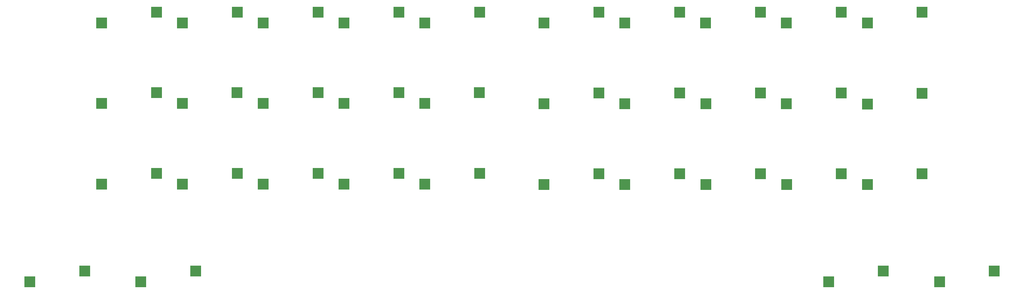
<source format=gbp>
G04 #@! TF.GenerationSoftware,KiCad,Pcbnew,(7.0.0)*
G04 #@! TF.CreationDate,2023-03-18T22:02:57+08:00*
G04 #@! TF.ProjectId,lul_left,6c756c5f-6c65-4667-942e-6b696361645f,rev?*
G04 #@! TF.SameCoordinates,Original*
G04 #@! TF.FileFunction,Paste,Bot*
G04 #@! TF.FilePolarity,Positive*
%FSLAX46Y46*%
G04 Gerber Fmt 4.6, Leading zero omitted, Abs format (unit mm)*
G04 Created by KiCad (PCBNEW (7.0.0)) date 2023-03-18 22:02:57*
%MOMM*%
%LPD*%
G01*
G04 APERTURE LIST*
%ADD10R,2.550000X2.500000*%
G04 APERTURE END LIST*
D10*
X242264999Y-91739999D03*
X255191999Y-89199999D03*
X120874999Y-68729999D03*
X133801999Y-66189999D03*
X168059119Y-68824436D03*
X180986119Y-66284436D03*
X216084999Y-91739999D03*
X229011999Y-89199999D03*
X82799653Y-30687041D03*
X95726653Y-28147041D03*
X101847653Y-30697041D03*
X114774653Y-28157041D03*
X168069119Y-30744436D03*
X180996119Y-28204436D03*
X187144119Y-68844436D03*
X200071119Y-66304436D03*
X44709653Y-30687041D03*
X57636653Y-28147041D03*
X53934653Y-91727041D03*
X66861653Y-89187041D03*
X149024119Y-30716936D03*
X161951119Y-28176936D03*
X149012119Y-49764436D03*
X161939119Y-47224436D03*
X187134119Y-49784436D03*
X200061119Y-47244436D03*
X82799653Y-68737041D03*
X95726653Y-66197041D03*
X206184119Y-68854436D03*
X219111119Y-66314436D03*
X82789653Y-49707041D03*
X95716653Y-47167041D03*
X206169119Y-49774436D03*
X219096119Y-47234436D03*
X101849653Y-49707041D03*
X114776653Y-47167041D03*
X27739653Y-91737041D03*
X40666653Y-89197041D03*
X63739653Y-68737041D03*
X76666653Y-66197041D03*
X44709653Y-49707041D03*
X57636653Y-47167041D03*
X225234119Y-49814436D03*
X238161119Y-47274436D03*
X187114119Y-30744436D03*
X200041119Y-28204436D03*
X168054119Y-49774436D03*
X180981119Y-47234436D03*
X44709653Y-68737041D03*
X57636653Y-66197041D03*
X225234119Y-68854436D03*
X238161119Y-66314436D03*
X149019119Y-68824436D03*
X161946119Y-66284436D03*
X225234119Y-30744436D03*
X238161119Y-28204436D03*
X63739653Y-30687041D03*
X76666653Y-28147041D03*
X120877653Y-30697041D03*
X133804653Y-28157041D03*
X120839653Y-49707041D03*
X133766653Y-47167041D03*
X101859653Y-68737041D03*
X114786653Y-66197041D03*
X63707653Y-49707041D03*
X76634653Y-47167041D03*
X206164119Y-30744436D03*
X219091119Y-28204436D03*
M02*

</source>
